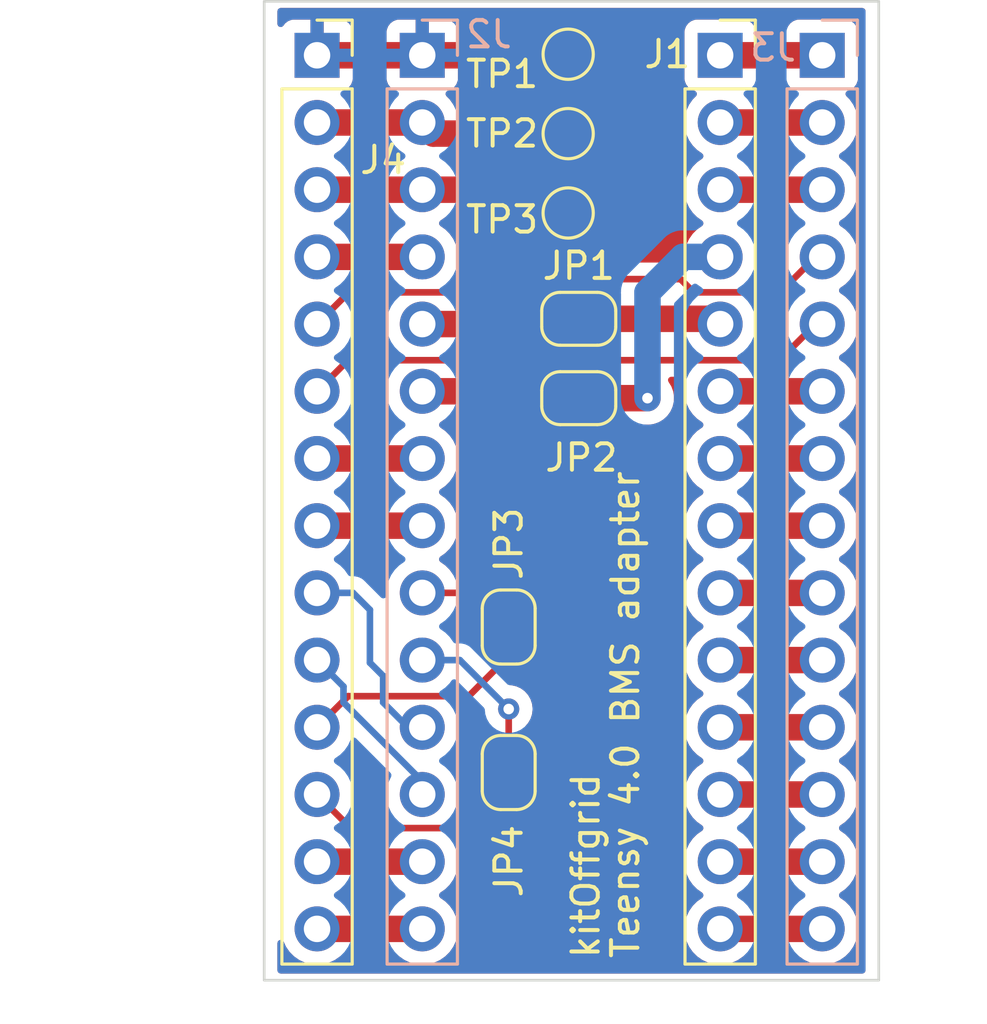
<source format=kicad_pcb>
(kicad_pcb (version 20221018) (generator pcbnew)
  (layers (0 "F.Cu" signal) (31 "B.Cu" signal) (34 "B.Paste" user) (35 "F.Paste" user) (36 "B.SilkS" user "B.Silkscreen") (37 "F.SilkS" user "F.Silkscreen") (38 "B.Mask" user) (39 "F.Mask" user) (44 "Edge.Cuts" user))
  (net 0 "")
  (net 1 "Net-(J1-Pin_1)")
  (net 2 "Net-(J1-Pin_2)")
  (net 3 "Net-(J1-Pin_3)")
  (net 4 "/CANRX1")
  (net 5 "/CANTX1")
  (net 6 "/A7")
  (net 7 "/A6")
  (net 8 "Net-(J1-Pin_8)")
  (net 9 "Net-(J1-Pin_9)")
  (net 10 "Net-(J1-Pin_10)")
  (net 11 "Net-(J1-Pin_11)")
  (net 12 "/A1")
  (net 13 "/A0")
  (net 14 "/LED{slash}SCK")
  (net 15 "/GND")
  (net 16 "/CANRX2")
  (net 17 "/CANTX2")
  (net 18 "Net-(J2-Pin_4)")
  (net 19 "Net-(J2-Pin_7)")
  (net 20 "Net-(J2-Pin_8)")
  (net 21 "/IO3")
  (net 22 "/CS")
  (net 23 "Net-(J2-Pin_11)")
  (net 24 "Net-(J2-Pin_12)")
  (net 25 "/MOSI")
  (net 26 "/MISO")
  (net 27 "/IO1")
  (net 28 "/IO2")
  (net 29 "Net-(J2-Pin_5)")
  (net 30 "Net-(J2-Pin_6)")
  (net 31 "Net-(J2-Pin_9)")
  (net 32 "Net-(J2-Pin_10)")
  (footprint "Jumper:SolderJumper-2_P1.3mm_Open_RoundedPad1.0x1.5mm" (layer "F.Cu") (at 138.75 87.65 90)
    (fp_text reference "JP3" (at 3.15 0 90) (layer "F.SilkS"))
    (fp_text value "SolderJumper_2_Open" hide)
    (fp_line (start -1.4 0.3) (end -1.4 -0.3) (stroke (width 0.12)) (layer "F.SilkS"))
    (fp_line (start -0.7 -1) (end 0.7 -1) (stroke (width 0.12)) (layer "F.SilkS"))
    (fp_line (start 0.7 1) (end -0.7 1) (stroke (width 0.12)) (layer "F.SilkS"))
    (fp_line (start 1.4 -0.3) (end 1.4 0.3) (stroke (width 0.12)) (layer "F.SilkS"))
    (fp_arc (start -1.4 -0.3) (mid -1.194975 -0.794975) (end -0.7 -1) (stroke (width 0.12)) (layer "F.SilkS"))
    (fp_arc (start -0.7 1) (mid -1.194975 0.794975) (end -1.4 0.3) (stroke (width 0.12)) (layer "F.SilkS"))
    (fp_arc (start 0.7 -1) (mid 1.194975 -0.794975) (end 1.4 -0.3) (stroke (width 0.12)) (layer "F.SilkS"))
    (fp_arc (start 1.4 0.3) (mid 1.194975 0.794975) (end 0.7 1) (stroke (width 0.12)) (layer "F.SilkS"))
    (pad "1" smd custom (at -0.65 0 90) (size 1 0.5) (layers "F.Cu" "F.Mask") (net 21 "/IO3") (options (clearance outline) (anchor rect)) (primitives (gr_circle (center 0 0.25) (end 0.5 0.25) (width 0) (fill yes)) (gr_circle (center 0 -0.25) (end 0.5 -0.25) (width 0) (fill yes)) (gr_poly (pts (xy 0.5 0.75) (xy 0 0.75) (xy 0 -0.75) (xy 0.5 -0.75)) (width 0) (fill yes))))
    (pad "2" smd custom (at 0.65 0 90) (size 1 0.5) (layers "F.Cu" "F.Mask") (net 31 "Net-(J2-Pin_9)") (options (clearance outline) (anchor rect)) (primitives (gr_circle (center 0 0.25) (end 0.5 0.25) (width 0) (fill yes)) (gr_circle (center 0 -0.25) (end 0.5 -0.25) (width 0) (fill yes)) (gr_poly (pts (xy 0 0.75) (xy -0.5 0.75) (xy -0.5 -0.75) (xy 0 -0.75)) (width 0) (fill yes))))
  )
  (footprint "Jumper:SolderJumper-2_P1.3mm_Open_RoundedPad1.0x1.5mm" (layer "F.Cu") (at 141.4 79 180)
    (fp_text reference "JP2" (at -0.1 -2.25) (layer "F.SilkS"))
    (fp_text value "SolderJumper_2_Open" hide)
    (fp_line (start -1.4 0.3) (end -1.4 -0.3) (stroke (width 0.12)) (layer "F.SilkS"))
    (fp_line (start -0.7 -1) (end 0.7 -1) (stroke (width 0.12)) (layer "F.SilkS"))
    (fp_line (start 0.7 1) (end -0.7 1) (stroke (width 0.12)) (layer "F.SilkS"))
    (fp_line (start 1.4 -0.3) (end 1.4 0.3) (stroke (width 0.12)) (layer "F.SilkS"))
    (fp_arc (start -1.4 -0.3) (mid -1.194975 -0.794975) (end -0.7 -1) (stroke (width 0.12)) (layer "F.SilkS"))
    (fp_arc (start -0.7 1) (mid -1.194975 0.794975) (end -1.4 0.3) (stroke (width 0.12)) (layer "F.SilkS"))
    (fp_arc (start 0.7 -1) (mid 1.194975 -0.794975) (end 1.4 -0.3) (stroke (width 0.12)) (layer "F.SilkS"))
    (fp_arc (start 1.4 0.3) (mid 1.194975 0.794975) (end 0.7 1) (stroke (width 0.12)) (layer "F.SilkS"))
    (pad "1" smd custom (at -0.65 0 180) (size 1 0.5) (layers "F.Cu" "F.Mask") (net 4 "/CANRX1") (options (clearance outline) (anchor rect)) (primitives (gr_circle (center 0 0.25) (end 0.5 0.25) (width 0) (fill yes)) (gr_circle (center 0 -0.25) (end 0.5 -0.25) (width 0) (fill yes)) (gr_poly (pts (xy 0.5 0.75) (xy 0 0.75) (xy 0 -0.75) (xy 0.5 -0.75)) (width 0) (fill yes))))
    (pad "2" smd custom (at 0.65 0 180) (size 1 0.5) (layers "F.Cu" "F.Mask") (net 30 "Net-(J2-Pin_6)") (options (clearance outline) (anchor rect)) (primitives (gr_circle (center 0 0.25) (end 0.5 0.25) (width 0) (fill yes)) (gr_circle (center 0 -0.25) (end 0.5 -0.25) (width 0) (fill yes)) (gr_poly (pts (xy 0 0.75) (xy -0.5 0.75) (xy -0.5 -0.75) (xy 0 -0.75)) (width 0) (fill yes))))
  )
  (footprint "TestPoint:TestPoint_Pad_D1.5mm" (layer "F.Cu") (at 141 69)
    (fp_text reference "TP2" (at -2.5 0) (layer "F.SilkS"))
    (fp_text value "TestPoint" hide)
    (fp_circle (center 0 0) (end 0 0.95) (stroke (width 0.12)) (fill none) (layer "F.SilkS"))
    (pad "1" smd circle (at 0 0) (size 1.5 1.5) (layers "F.Cu" "F.Mask") (net 16 "/CANRX2"))
  )
  (footprint "Jumper:SolderJumper-2_P1.3mm_Open_RoundedPad1.0x1.5mm" (layer "F.Cu") (at 138.75 93.15 90)
    (fp_text reference "JP4" (at -3.35 0 90) (layer "F.SilkS"))
    (fp_text value "SolderJumper_2_Open" hide)
    (fp_line (start -1.4 0.3) (end -1.4 -0.3) (stroke (width 0.12)) (layer "F.SilkS"))
    (fp_line (start -0.7 -1) (end 0.7 -1) (stroke (width 0.12)) (layer "F.SilkS"))
    (fp_line (start 0.7 1) (end -0.7 1) (stroke (width 0.12)) (layer "F.SilkS"))
    (fp_line (start 1.4 -0.3) (end 1.4 0.3) (stroke (width 0.12)) (layer "F.SilkS"))
    (fp_arc (start -1.4 -0.3) (mid -1.194975 -0.794975) (end -0.7 -1) (stroke (width 0.12)) (layer "F.SilkS"))
    (fp_arc (start -0.7 1) (mid -1.194975 0.794975) (end -1.4 0.3) (stroke (width 0.12)) (layer "F.SilkS"))
    (fp_arc (start 0.7 -1) (mid 1.194975 -0.794975) (end 1.4 -0.3) (stroke (width 0.12)) (layer "F.SilkS"))
    (fp_arc (start 1.4 0.3) (mid 1.194975 0.794975) (end 0.7 1) (stroke (width 0.12)) (layer "F.SilkS"))
    (pad "1" smd custom (at -0.65 0 90) (size 1 0.5) (layers "F.Cu" "F.Mask") (net 22 "/CS") (options (clearance outline) (anchor rect)) (primitives (gr_circle (center 0 0.25) (end 0.5 0.25) (width 0) (fill yes)) (gr_circle (center 0 -0.25) (end 0.5 -0.25) (width 0) (fill yes)) (gr_poly (pts (xy 0.5 0.75) (xy 0 0.75) (xy 0 -0.75) (xy 0.5 -0.75)) (width 0) (fill yes))))
    (pad "2" smd custom (at 0.65 0 90) (size 1 0.5) (layers "F.Cu" "F.Mask") (net 32 "Net-(J2-Pin_10)") (options (clearance outline) (anchor rect)) (primitives (gr_circle (center 0 0.25) (end 0.5 0.25) (width 0) (fill yes)) (gr_circle (center 0 -0.25) (end 0.5 -0.25) (width 0) (fill yes)) (gr_poly (pts (xy 0 0.75) (xy -0.5 0.75) (xy -0.5 -0.75) (xy 0 -0.75)) (width 0) (fill yes))))
  )
  (footprint "Jumper:SolderJumper-2_P1.3mm_Open_RoundedPad1.0x1.5mm" (layer "F.Cu") (at 141.4 76 180)
    (fp_text reference "JP1" (at 0 2) (layer "F.SilkS"))
    (fp_text value "SolderJumper_2_Open" hide)
    (fp_line (start -1.4 0.3) (end -1.4 -0.3) (stroke (width 0.12)) (layer "F.SilkS"))
    (fp_line (start -0.7 -1) (end 0.7 -1) (stroke (width 0.12)) (layer "F.SilkS"))
    (fp_line (start 0.7 1) (end -0.7 1) (stroke (width 0.12)) (layer "F.SilkS"))
    (fp_line (start 1.4 -0.3) (end 1.4 0.3) (stroke (width 0.12)) (layer "F.SilkS"))
    (fp_arc (start -1.4 -0.3) (mid -1.194975 -0.794975) (end -0.7 -1) (stroke (width 0.12)) (layer "F.SilkS"))
    (fp_arc (start -0.7 1) (mid -1.194975 0.794975) (end -1.4 0.3) (stroke (width 0.12)) (layer "F.SilkS"))
    (fp_arc (start 0.7 -1) (mid 1.194975 -0.794975) (end 1.4 -0.3) (stroke (width 0.12)) (layer "F.SilkS"))
    (fp_arc (start 1.4 0.3) (mid 1.194975 0.794975) (end 0.7 1) (stroke (width 0.12)) (layer "F.SilkS"))
    (pad "1" smd custom (at -0.65 0 180) (size 1 0.5) (layers "F.Cu" "F.Mask") (net 5 "/CANTX1") (options (clearance outline) (anchor rect)) (primitives (gr_circle (center 0 0.25) (end 0.5 0.25) (width 0) (fill yes)) (gr_circle (center 0 -0.25) (end 0.5 -0.25) (width 0) (fill yes)) (gr_poly (pts (xy 0.5 0.75) (xy 0 0.75) (xy 0 -0.75) (xy 0.5 -0.75)) (width 0) (fill yes))))
    (pad "2" smd custom (at 0.65 0 180) (size 1 0.5) (layers "F.Cu" "F.Mask") (net 29 "Net-(J2-Pin_5)") (options (clearance outline) (anchor rect)) (primitives (gr_circle (center 0 0.25) (end 0.5 0.25) (width 0) (fill yes)) (gr_circle (center 0 -0.25) (end 0.5 -0.25) (width 0) (fill yes)) (gr_poly (pts (xy 0 0.75) (xy -0.5 0.75) (xy -0.5 -0.75) (xy 0 -0.75)) (width 0) (fill yes))))
  )
  (footprint "TestPoint:TestPoint_Pad_D1.5mm" (layer "F.Cu") (at 141 72)
    (fp_text reference "TP3" (at -2.5 0.25) (layer "F.SilkS"))
    (fp_text value "TestPoint" hide)
    (fp_circle (center 0 0) (end 0 0.95) (stroke (width 0.12)) (fill none) (layer "F.SilkS"))
    (pad "1" smd circle (at 0 0) (size 1.5 1.5) (layers "F.Cu" "F.Mask") (net 17 "/CANTX2"))
  )
  (footprint "Connector_PinSocket_2.54mm:PinSocket_1x14_P2.54mm_Vertical" (layer "F.Cu") (at 131.5 66.04)
    (fp_text reference "J4" (at 2.5 3.96) (layer "F.SilkS"))
    (fp_text value "Conn_01x14_Socket")
    (fp_line (start -1.33 1.27) (end -1.33 34.35) (stroke (width 0.12)) (layer "F.SilkS"))
    (fp_line (start -1.33 1.27) (end 1.33 1.27) (stroke (width 0.12)) (layer "F.SilkS"))
    (fp_line (start -1.33 34.35) (end 1.33 34.35) (stroke (width 0.12)) (layer "F.SilkS"))
    (fp_line (start 0 -1.33) (end 1.33 -1.33) (stroke (width 0.12)) (layer "F.SilkS"))
    (fp_line (start 1.33 -1.33) (end 1.33 0) (stroke (width 0.12)) (layer "F.SilkS"))
    (fp_line (start 1.33 1.27) (end 1.33 34.35) (stroke (width 0.12)) (layer "F.SilkS"))
    (pad "1" thru_hole rect (at 0 0) (size 1.7 1.7) (drill 1) (layers "*.Cu" "*.Mask") (net 15 "/GND"))
    (pad "2" thru_hole oval (at 0 2.54) (size 1.7 1.7) (drill 1) (layers "*.Cu" "*.Mask") (net 16 "/CANRX2"))
    (pad "3" thru_hole oval (at 0 5.08) (size 1.7 1.7) (drill 1) (layers "*.Cu" "*.Mask") (net 17 "/CANTX2"))
    (pad "4" thru_hole oval (at 0 7.62) (size 1.7 1.7) (drill 1) (layers "*.Cu" "*.Mask") (net 18 "Net-(J2-Pin_4)"))
    (pad "5" thru_hole oval (at 0 10.16) (size 1.7 1.7) (drill 1) (layers "*.Cu" "*.Mask") (net 27 "/IO1"))
    (pad "6" thru_hole oval (at 0 12.7) (size 1.7 1.7) (drill 1) (layers "*.Cu" "*.Mask") (net 28 "/IO2"))
    (pad "7" thru_hole oval (at 0 15.24) (size 1.7 1.7) (drill 1) (layers "*.Cu" "*.Mask") (net 19 "Net-(J2-Pin_7)"))
    (pad "8" thru_hole oval (at 0 17.78) (size 1.7 1.7) (drill 1) (layers "*.Cu" "*.Mask") (net 20 "Net-(J2-Pin_8)"))
    (pad "9" thru_hole oval (at 0 20.32) (size 1.7 1.7) (drill 1) (layers "*.Cu" "*.Mask") (net 23 "Net-(J2-Pin_11)"))
    (pad "10" thru_hole oval (at 0 22.86) (size 1.7 1.7) (drill 1) (layers "*.Cu" "*.Mask") (net 24 "Net-(J2-Pin_12)"))
    (pad "11" thru_hole oval (at 0 25.4) (size 1.7 1.7) (drill 1) (layers "*.Cu" "*.Mask") (net 21 "/IO3"))
    (pad "12" thru_hole oval (at 0 27.94) (size 1.7 1.7) (drill 1) (layers "*.Cu" "*.Mask") (net 22 "/CS"))
    (pad "13" thru_hole oval (at 0 30.48) (size 1.7 1.7) (drill 1) (layers "*.Cu" "*.Mask") (net 25 "/MOSI"))
    (pad "14" thru_hole oval (at 0 33.02) (size 1.7 1.7) (drill 1) (layers "*.Cu" "*.Mask") (net 26 "/MISO"))
  )
  (footprint "Connector_PinSocket_2.54mm:PinSocket_1x14_P2.54mm_Vertical" (layer "F.Cu") (at 146.75 66.04)
    (fp_text reference "J1" (at -2 -0.04) (layer "F.SilkS"))
    (fp_text value "Conn_01x14_Socket")
    (fp_line (start -1.33 1.27) (end -1.33 34.35) (stroke (width 0.12)) (layer "F.SilkS"))
    (fp_line (start -1.33 1.27) (end 1.33 1.27) (stroke (width 0.12)) (layer "F.SilkS"))
    (fp_line (start -1.33 34.35) (end 1.33 34.35) (stroke (width 0.12)) (layer "F.SilkS"))
    (fp_line (start 0 -1.33) (end 1.33 -1.33) (stroke (width 0.12)) (layer "F.SilkS"))
    (fp_line (start 1.33 -1.33) (end 1.33 0) (stroke (width 0.12)) (layer "F.SilkS"))
    (fp_line (start 1.33 1.27) (end 1.33 34.35) (stroke (width 0.12)) (layer "F.SilkS"))
    (pad "1" thru_hole rect (at 0 0) (size 1.7 1.7) (drill 1) (layers "*.Cu" "*.Mask") (net 1 "Net-(J1-Pin_1)"))
    (pad "2" thru_hole oval (at 0 2.54) (size 1.7 1.7) (drill 1) (layers "*.Cu" "*.Mask") (net 2 "Net-(J1-Pin_2)"))
    (pad "3" thru_hole oval (at 0 5.08) (size 1.7 1.7) (drill 1) (layers "*.Cu" "*.Mask") (net 3 "Net-(J1-Pin_3)"))
    (pad "4" thru_hole oval (at 0 7.62) (size 1.7 1.7) (drill 1) (layers "*.Cu" "*.Mask") (net 4 "/CANRX1"))
    (pad "5" thru_hole oval (at 0 10.16) (size 1.7 1.7) (drill 1) (layers "*.Cu" "*.Mask") (net 5 "/CANTX1"))
    (pad "6" thru_hole oval (at 0 12.7) (size 1.7 1.7) (drill 1) (layers "*.Cu" "*.Mask") (net 6 "/A7"))
    (pad "7" thru_hole oval (at 0 15.24) (size 1.7 1.7) (drill 1) (layers "*.Cu" "*.Mask") (net 7 "/A6"))
    (pad "8" thru_hole oval (at 0 17.78) (size 1.7 1.7) (drill 1) (layers "*.Cu" "*.Mask") (net 8 "Net-(J1-Pin_8)"))
    (pad "9" thru_hole oval (at 0 20.32) (size 1.7 1.7) (drill 1) (layers "*.Cu" "*.Mask") (net 9 "Net-(J1-Pin_9)"))
    (pad "10" thru_hole oval (at 0 22.86) (size 1.7 1.7) (drill 1) (layers "*.Cu" "*.Mask") (net 10 "Net-(J1-Pin_10)"))
    (pad "11" thru_hole oval (at 0 25.4) (size 1.7 1.7) (drill 1) (layers "*.Cu" "*.Mask") (net 11 "Net-(J1-Pin_11)"))
    (pad "12" thru_hole oval (at 0 27.94) (size 1.7 1.7) (drill 1) (layers "*.Cu" "*.Mask") (net 12 "/A1"))
    (pad "13" thru_hole oval (at 0 30.48) (size 1.7 1.7) (drill 1) (layers "*.Cu" "*.Mask") (net 13 "/A0"))
    (pad "14" thru_hole oval (at 0 33.02) (size 1.7 1.7) (drill 1) (layers "*.Cu" "*.Mask") (net 14 "/LED{slash}SCK"))
  )
  (footprint "TestPoint:TestPoint_Pad_D1.5mm" (layer "F.Cu") (at 141 66)
    (fp_text reference "TP1" (at -2.5 0.75) (layer "F.SilkS"))
    (fp_text value "TestPoint" hide)
    (fp_circle (center 0 0) (end 0 0.95) (stroke (width 0.12)) (fill none) (layer "F.SilkS"))
    (pad "1" smd circle (at 0 0) (size 1.5 1.5) (layers "F.Cu" "F.Mask") (net 15 "/GND"))
  )
  (footprint "Connector_PinHeader_2.54mm:PinHeader_1x14_P2.54mm_Vertical" (layer "B.Cu") (at 135.48 66.04 180)
    (fp_text reference "J2" (at -2.52 0.79) (layer "B.SilkS") (effects (justify mirror)))
    (fp_text value "Conn_01x14_Pin")
    (fp_line (start -1.33 -34.35) (end 1.33 -34.35) (stroke (width 0.12)) (layer "B.SilkS"))
    (fp_line (start -1.33 -1.27) (end -1.33 -34.35) (stroke (width 0.12)) (layer "B.SilkS"))
    (fp_line (start -1.33 -1.27) (end 1.33 -1.27) (stroke (width 0.12)) (layer "B.SilkS"))
    (fp_line (start -1.33 0) (end -1.33 1.33) (stroke (width 0.12)) (layer "B.SilkS"))
    (fp_line (start -1.33 1.33) (end 0 1.33) (stroke (width 0.12)) (layer "B.SilkS"))
    (fp_line (start 1.33 -1.27) (end 1.33 -34.35) (stroke (width 0.12)) (layer "B.SilkS"))
    (pad "1" thru_hole rect (at 0 0 180) (size 1.7 1.7) (drill 1) (layers "*.Cu" "*.Mask") (net 15 "/GND"))
    (pad "2" thru_hole oval (at 0 -2.54 180) (size 1.7 1.7) (drill 1) (layers "*.Cu" "*.Mask") (net 16 "/CANRX2"))
    (pad "3" thru_hole oval (at 0 -5.08 180) (size 1.7 1.7) (drill 1) (layers "*.Cu" "*.Mask") (net 17 "/CANTX2"))
    (pad "4" thru_hole oval (at 0 -7.62 180) (size 1.7 1.7) (drill 1) (layers "*.Cu" "*.Mask") (net 18 "Net-(J2-Pin_4)"))
    (pad "5" thru_hole oval (at 0 -10.16 180) (size 1.7 1.7) (drill 1) (layers "*.Cu" "*.Mask") (net 29 "Net-(J2-Pin_5)"))
    (pad "6" thru_hole oval (at 0 -12.7 180) (size 1.7 1.7) (drill 1) (layers "*.Cu" "*.Mask") (net 30 "Net-(J2-Pin_6)"))
    (pad "7" thru_hole oval (at 0 -15.24 180) (size 1.7 1.7) (drill 1) (layers "*.Cu" "*.Mask") (net 19 "Net-(J2-Pin_7)"))
    (pad "8" thru_hole oval (at 0 -17.78 180) (size 1.7 1.7) (drill 1) (layers "*.Cu" "*.Mask") (net 20 "Net-(J2-Pin_8)"))
    (pad "9" thru_hole oval (at 0 -20.32 180) (size 1.7 1.7) (drill 1) (layers "*.Cu" "*.Mask") (net 31 "Net-(J2-Pin_9)"))
    (pad "10" thru_hole oval (at 0 -22.86 180) (size 1.7 1.7) (drill 1) (layers "*.Cu" "*.Mask") (net 32 "Net-(J2-Pin_10)"))
    (pad "11" thru_hole oval (at 0 -25.4 180) (size 1.7 1.7) (drill 1) (layers "*.Cu" "*.Mask") (net 23 "Net-(J2-Pin_11)"))
    (pad "12" thru_hole oval (at 0 -27.94 180) (size 1.7 1.7) (drill 1) (layers "*.Cu" "*.Mask") (net 24 "Net-(J2-Pin_12)"))
    (pad "13" thru_hole oval (at 0 -30.48 180) (size 1.7 1.7) (drill 1) (layers "*.Cu" "*.Mask") (net 25 "/MOSI"))
    (pad "14" thru_hole oval (at 0 -33.02 180) (size 1.7 1.7) (drill 1) (layers "*.Cu" "*.Mask") (net 26 "/MISO"))
  )
  (footprint "Connector_PinHeader_2.54mm:PinHeader_1x14_P2.54mm_Vertical" (layer "B.Cu") (at 150.61 66.04 180)
    (fp_text reference "J3" (at 1.86 0.29) (layer "B.SilkS") (effects (justify mirror)))
    (fp_text value "Conn_01x14_Pin")
    (fp_line (start -1.33 -34.35) (end 1.33 -34.35) (stroke (width 0.12)) (layer "B.SilkS"))
    (fp_line (start -1.33 -1.27) (end -1.33 -34.35) (stroke (width 0.12)) (layer "B.SilkS"))
    (fp_line (start -1.33 -1.27) (end 1.33 -1.27) (stroke (width 0.12)) (layer "B.SilkS"))
    (fp_line (start -1.33 0) (end -1.33 1.33) (stroke (width 0.12)) (layer "B.SilkS"))
    (fp_line (start -1.33 1.33) (end 0 1.33) (stroke (width 0.12)) (layer "B.SilkS"))
    (fp_line (start 1.33 -1.27) (end 1.33 -34.35) (stroke (width 0.12)) (layer "B.SilkS"))
    (pad "1" thru_hole rect (at 0 0 180) (size 1.7 1.7) (drill 1) (layers "*.Cu" "*.Mask") (net 1 "Net-(J1-Pin_1)"))
    (pad "2" thru_hole oval (at 0 -2.54 180) (size 1.7 1.7) (drill 1) (layers "*.Cu" "*.Mask") (net 2 "Net-(J1-Pin_2)"))
    (pad "3" thru_hole oval (at 0 -5.08 180) (size 1.7 1.7) (drill 1) (layers "*.Cu" "*.Mask") (net 3 "Net-(J1-Pin_3)"))
    (pad "4" thru_hole oval (at 0 -7.62 180) (size 1.7 1.7) (drill 1) (layers "*.Cu" "*.Mask") (net 27 "/IO1"))
    (pad "5" thru_hole oval (at 0 -10.16 180) (size 1.7 1.7) (drill 1) (layers "*.Cu" "*.Mask") (net 28 "/IO2"))
    (pad "6" thru_hole oval (at 0 -12.7 180) (size 1.7 1.7) (drill 1) (layers "*.Cu" "*.Mask") (net 6 "/A7"))
    (pad "7" thru_hole oval (at 0 -15.24 180) (size 1.7 1.7) (drill 1) (layers "*.Cu" "*.Mask") (net 7 "/A6"))
    (pad "8" thru_hole oval (at 0 -17.78 180) (size 1.7 1.7) (drill 1) (layers "*.Cu" "*.Mask") (net 8 "Net-(J1-Pin_8)"))
    (pad "9" thru_hole oval (at 0 -20.32 180) (size 1.7 1.7) (drill 1) (layers "*.Cu" "*.Mask") (net 9 "Net-(J1-Pin_9)"))
    (pad "10" thru_hole oval (at 0 -22.86 180) (size 1.7 1.7) (drill 1) (layers "*.Cu" "*.Mask") (net 10 "Net-(J1-Pin_10)"))
    (pad "11" thru_hole oval (at 0 -25.4 180) (size 1.7 1.7) (drill 1) (layers "*.Cu" "*.Mask") (net 11 "Net-(J1-Pin_11)"))
    (pad "12" thru_hole oval (at 0 -27.94 180) (size 1.7 1.7) (drill 1) (layers "*.Cu" "*.Mask") (net 12 "/A1"))
    (pad "13" thru_hole oval (at 0 -30.48 180) (size 1.7 1.7) (drill 1) (layers "*.Cu" "*.Mask") (net 13 "/A0"))
    (pad "14" thru_hole oval (at 0 -33.02 180) (size 1.7 1.7) (drill 1) (layers "*.Cu" "*.Mask") (net 14 "/LED{slash}SCK"))
  )
  (gr_rect (start 129.5 64) (end 152.75 101) (stroke (width 0.1)) (fill none) (layer "Edge.Cuts"))
  (gr_text "Teensy 4.0 BMS adapter" (at 143.75 100.25 90) (layer "F.SilkS") (effects (font (size 1 1)) (justify left bottom)))
  (gr_text "kitOffgrid" (at 142.25 100.25 90) (layer "F.SilkS") (effects (font (size 1 1)) (justify left bottom)))
  (segment (start 146.5 66.04) (end 150.36 66.04) (width 1) (layer "F.Cu") (net 1))
  (segment (start 150.36 68.58) (end 146.5 68.58) (width 1) (layer "F.Cu") (net 2))
  (segment (start 146.5 71.12) (end 150.36 71.12) (width 1) (layer "F.Cu") (net 3))
  (segment (start 142.05 79) (end 144 79) (width 1) (layer "F.Cu") (net 4))
  (via (at 144 79) (size 0.8) (drill 0.4) (layers "F.Cu" "B.Cu") (net 4))
  (segment (start 144 75) (end 145.34 73.66) (width 1) (layer "B.Cu") (net 4))
  (segment (start 144 79) (end 144 75) (width 1) (layer "B.Cu") (net 4))
  (segment (start 145.34 73.66) (end 146.5 73.66) (width 1) (layer "B.Cu") (net 4))
  (segment (start 146.3 76) (end 146.5 76.2) (width 1) (layer "F.Cu") (net 5))
  (segment (start 142.05 76) (end 146.3 76) (width 1) (layer "F.Cu") (net 5))
  (segment (start 150.36 78.74) (end 146.5 78.74) (width 1) (layer "F.Cu") (net 6))
  (segment (start 146.5 81.28) (end 150.36 81.28) (width 1) (layer "F.Cu") (net 7))
  (segment (start 146.5 83.82) (end 150.36 83.82) (width 1) (layer "F.Cu") (net 8))
  (segment (start 150.36 86.36) (end 146.5 86.36) (width 1) (layer "F.Cu") (net 9))
  (segment (start 146.5 88.9) (end 150.36 88.9) (width 1) (layer "F.Cu") (net 10))
  (segment (start 150.36 91.44) (end 146.5 91.44) (width 1) (layer "F.Cu") (net 11))
  (segment (start 146.5 93.98) (end 150.36 93.98) (width 1) (layer "F.Cu") (net 12))
  (segment (start 150.36 96.52) (end 146.5 96.52) (width 1) (layer "F.Cu") (net 13))
  (segment (start 146.5 99.06) (end 150.36 99.06) (width 1) (layer "F.Cu") (net 14))
  (segment (start 131.5 66.04) (end 135.48 66.04) (width 1) (layer "F.Cu") (net 15))
  (segment (start 140.96 66.04) (end 141 66) (width 1) (layer "F.Cu") (net 15))
  (segment (start 135.48 66.04) (end 140.96 66.04) (width 1) (layer "F.Cu") (net 15))
  (segment (start 131.5 68.58) (end 135.48 68.58) (width 1) (layer "F.Cu") (net 16))
  (segment (start 141 69) (end 135.9 69) (width 1) (layer "F.Cu") (net 16))
  (segment (start 135.9 69) (end 135.48 68.58) (width 1) (layer "F.Cu") (net 16))
  (segment (start 140.12 71.12) (end 141 72) (width 1) (layer "F.Cu") (net 17))
  (segment (start 135.48 71.12) (end 140.12 71.12) (width 1) (layer "F.Cu") (net 17))
  (segment (start 131.5 71.12) (end 135.48 71.12) (width 1) (layer "F.Cu") (net 17))
  (segment (start 131.5 73.66) (end 135.48 73.66) (width 1) (layer "F.Cu") (net 18))
  (segment (start 131.5 81.28) (end 135.48 81.28) (width 1) (layer "F.Cu") (net 19))
  (segment (start 135.48 83.82) (end 131.5 83.82) (width 1) (layer "F.Cu") (net 20))
  (segment (start 138.75 88.3) (end 138.75 88.75) (width 0.25) (layer "F.Cu") (net 21))
  (segment (start 137.235 90.265) (end 132.675 90.265) (width 0.25) (layer "F.Cu") (net 21))
  (segment (start 138.75 88.75) (end 137.235 90.265) (width 0.25) (layer "F.Cu") (net 21))
  (segment (start 132.675 90.265) (end 131.5 91.44) (width 0.25) (layer "F.Cu") (net 21))
  (segment (start 137.75 95.25) (end 132.77 95.25) (width 0.25) (layer "F.Cu") (net 22))
  (segment (start 138.75 94.25) (end 137.75 95.25) (width 0.25) (layer "F.Cu") (net 22))
  (segment (start 138.75 93.8) (end 138.75 94.25) (width 0.25) (layer "F.Cu") (net 22))
  (segment (start 132.77 95.25) (end 131.5 93.98) (width 0.25) (layer "F.Cu") (net 22))
  (segment (start 134 89.5) (end 134 90.5) (width 0.25) (layer "B.Cu") (net 23))
  (segment (start 133.5 89) (end 134 89.5) (width 0.25) (layer "B.Cu") (net 23))
  (segment (start 131.5 86.36) (end 132.86 86.36) (width 0.25) (layer "B.Cu") (net 23))
  (segment (start 134.94 91.44) (end 135.48 91.44) (width 0.25) (layer "B.Cu") (net 23))
  (segment (start 133.5 87) (end 133.5 89) (width 0.25) (layer "B.Cu") (net 23))
  (segment (start 132.86 86.36) (end 133.5 87) (width 0.25) (layer "B.Cu") (net 23))
  (segment (start 134 90.5) (end 134.94 91.44) (width 0.25) (layer "B.Cu") (net 23))
  (segment (start 135.48 93.48) (end 132.5 90.5) (width 0.25) (layer "B.Cu") (net 24))
  (segment (start 135.48 93.98) (end 135.48 93.48) (width 0.25) (layer "B.Cu") (net 24))
  (segment (start 132.5 90.5) (end 132.5 89.9) (width 0.25) (layer "B.Cu") (net 24))
  (segment (start 132.5 89.9) (end 131.5 88.9) (width 0.25) (layer "B.Cu") (net 24))
  (segment (start 131.5 96.52) (end 135.48 96.52) (width 1) (layer "F.Cu") (net 25))
  (segment (start 135.48 99.06) (end 131.5 99.06) (width 1) (layer "F.Cu") (net 26))
  (segment (start 145.25 74.5) (end 137 74.5) (width 0.25) (layer "F.Cu") (net 27))
  (segment (start 145.75 75) (end 145.25 74.5) (width 0.25) (layer "F.Cu") (net 27))
  (segment (start 136.5 75) (end 132.7 75) (width 0.25) (layer "F.Cu") (net 27))
  (segment (start 137 74.5) (end 136.5 75) (width 0.25) (layer "F.Cu") (net 27))
  (segment (start 132.7 75) (end 131.5 76.2) (width 0.25) (layer "F.Cu") (net 27))
  (segment (start 149.02 75) (end 145.75 75) (width 0.25) (layer "F.Cu") (net 27))
  (segment (start 150.36 73.66) (end 149.02 75) (width 0.25) (layer "F.Cu") (net 27))
  (segment (start 148.995 77.565) (end 150.36 76.2) (width 0.25) (layer "F.Cu") (net 28))
  (segment (start 132.675 77.565) (end 148.995 77.565) (width 0.25) (layer "F.Cu") (net 28))
  (segment (start 131.5 78.74) (end 132.675 77.565) (width 0.25) (layer "F.Cu") (net 28))
  (segment (start 138.5 76) (end 140.75 76) (width 1) (layer "F.Cu") (net 29))
  (segment (start 135.48 76.2) (end 138.3 76.2) (width 1) (layer "F.Cu") (net 29))
  (segment (start 138.3 76.2) (end 138.5 76) (width 1) (layer "F.Cu") (net 29))
  (segment (start 140.49 78.74) (end 140.75 79) (width 1) (layer "F.Cu") (net 30))
  (segment (start 135.48 78.74) (end 140.49 78.74) (width 1) (layer "F.Cu") (net 30))
  (segment (start 138.11 86.36) (end 138.75 87) (width 0.25) (layer "F.Cu") (net 31))
  (segment (start 135.48 86.36) (end 138.11 86.36) (width 0.25) (layer "F.Cu") (net 31))
  (segment (start 138.75 90.75) (end 138.75 92.5) (width 0.25) (layer "F.Cu") (net 32))
  (via (at 138.75 90.75) (size 0.8) (drill 0.4) (layers "F.Cu" "B.Cu") (net 32))
  (segment (start 136.9 88.9) (end 138.75 90.75) (width 0.25) (layer "B.Cu") (net 32))
  (segment (start 135.48 88.9) (end 136.9 88.9) (width 0.25) (layer "B.Cu") (net 32))
  (zone (net 15) (net_name "/GND") (layers "F&B.Cu") (connect_pads (clearance 0.5)) (min_thickness 0.25) (fill yes (thermal_gap 0.5) (thermal_bridge_width 0.5))
    (polygon (pts (xy 130 64.25) (xy 152.25 64.25) (xy 152.25 100.75) (xy 130 100.75)))
  )
)
</source>
